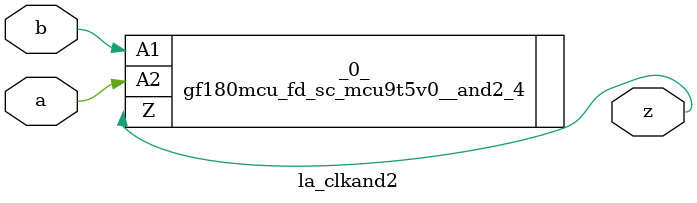
<source format=v>

/* Generated by Yosys 0.44 (git sha1 80ba43d26, g++ 11.4.0-1ubuntu1~22.04 -fPIC -O3) */

(* top =  1  *)
(* src = "generated" *)
module la_clkand2 (
    a,
    b,
    z
);
  (* src = "generated" *)
  input a;
  wire a;
  (* src = "generated" *)
  input b;
  wire b;
  (* src = "generated" *)
  output z;
  wire z;
  gf180mcu_fd_sc_mcu9t5v0__and2_4 _0_ (
      .A1(b),
      .A2(a),
      .Z (z)
  );
endmodule

</source>
